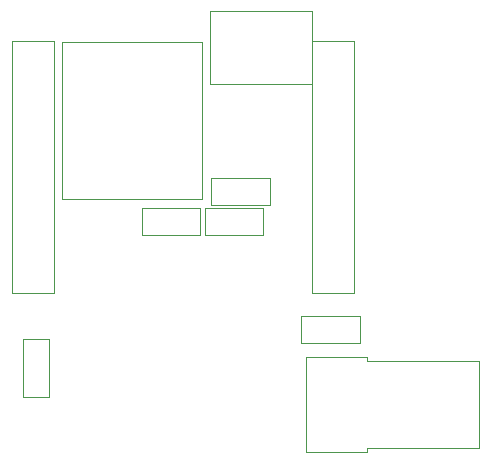
<source format=gbr>
%TF.GenerationSoftware,KiCad,Pcbnew,(5.1.10)-1*%
%TF.CreationDate,2021-12-27T13:21:28+01:00*%
%TF.ProjectId,LORA_ATTINY_v3,4c4f5241-5f41-4545-9449-4e595f76332e,rev?*%
%TF.SameCoordinates,Original*%
%TF.FileFunction,Other,User*%
%FSLAX46Y46*%
G04 Gerber Fmt 4.6, Leading zero omitted, Abs format (unit mm)*
G04 Created by KiCad (PCBNEW (5.1.10)-1) date 2021-12-27 13:21:28*
%MOMM*%
%LPD*%
G01*
G04 APERTURE LIST*
%ADD10C,0.050000*%
G04 APERTURE END LIST*
D10*
%TO.C,ANT1*%
X86674000Y-70676000D02*
X81474000Y-70676000D01*
X96194000Y-70996000D02*
X96194000Y-78356000D01*
X86674000Y-78676000D02*
X81474000Y-78676000D01*
X81474000Y-78676000D02*
X81474000Y-70676000D01*
X86674000Y-78356000D02*
X86674000Y-78676000D01*
X96194000Y-78356000D02*
X86674000Y-78356000D01*
X86674000Y-70996000D02*
X86674000Y-70676000D01*
X86674000Y-70996000D02*
X96194000Y-70996000D01*
%TO.C,C1*%
X73466000Y-57792000D02*
X73466000Y-55492000D01*
X73466000Y-55492000D02*
X78426000Y-55492000D01*
X78426000Y-55492000D02*
X78426000Y-57792000D01*
X78426000Y-57792000D02*
X73466000Y-57792000D01*
%TO.C,C2*%
X86046000Y-69476000D02*
X81086000Y-69476000D01*
X86046000Y-67176000D02*
X86046000Y-69476000D01*
X81086000Y-67176000D02*
X86046000Y-67176000D01*
X81086000Y-69476000D02*
X81086000Y-67176000D01*
%TO.C,D1*%
X77888000Y-58062000D02*
X77888000Y-60302000D01*
X77888000Y-60302000D02*
X72988000Y-60302000D01*
X72988000Y-60302000D02*
X72988000Y-58062000D01*
X72988000Y-58062000D02*
X77888000Y-58062000D01*
%TO.C,J1*%
X56620000Y-43920000D02*
X60170000Y-43920000D01*
X60170000Y-43920000D02*
X60170000Y-65270000D01*
X60170000Y-65270000D02*
X56620000Y-65270000D01*
X56620000Y-65270000D02*
X56620000Y-43920000D01*
%TO.C,J2*%
X82020000Y-65270000D02*
X82020000Y-43920000D01*
X85570000Y-65270000D02*
X82020000Y-65270000D01*
X85570000Y-43920000D02*
X85570000Y-65270000D01*
X82020000Y-43920000D02*
X85570000Y-43920000D01*
%TO.C,UPDI*%
X73370000Y-47520000D02*
X82020000Y-47520000D01*
X82020000Y-47520000D02*
X82020000Y-41370000D01*
X82020000Y-41370000D02*
X73370000Y-41370000D01*
X73370000Y-41370000D02*
X73370000Y-47520000D01*
%TO.C,R1*%
X67654000Y-58062000D02*
X72554000Y-58062000D01*
X67654000Y-60302000D02*
X67654000Y-58062000D01*
X72554000Y-60302000D02*
X67654000Y-60302000D01*
X72554000Y-58062000D02*
X72554000Y-60302000D01*
%TO.C,R2*%
X57554000Y-69178000D02*
X59794000Y-69178000D01*
X59794000Y-69178000D02*
X59794000Y-74078000D01*
X59794000Y-74078000D02*
X57554000Y-74078000D01*
X57554000Y-74078000D02*
X57554000Y-69178000D01*
%TO.C,ATTiny 3216*%
X72732000Y-57323000D02*
X72732000Y-44023000D01*
X72732000Y-44023000D02*
X60872000Y-44023000D01*
X60872000Y-44023000D02*
X60872000Y-57323000D01*
X60872000Y-57323000D02*
X72732000Y-57323000D01*
%TD*%
M02*

</source>
